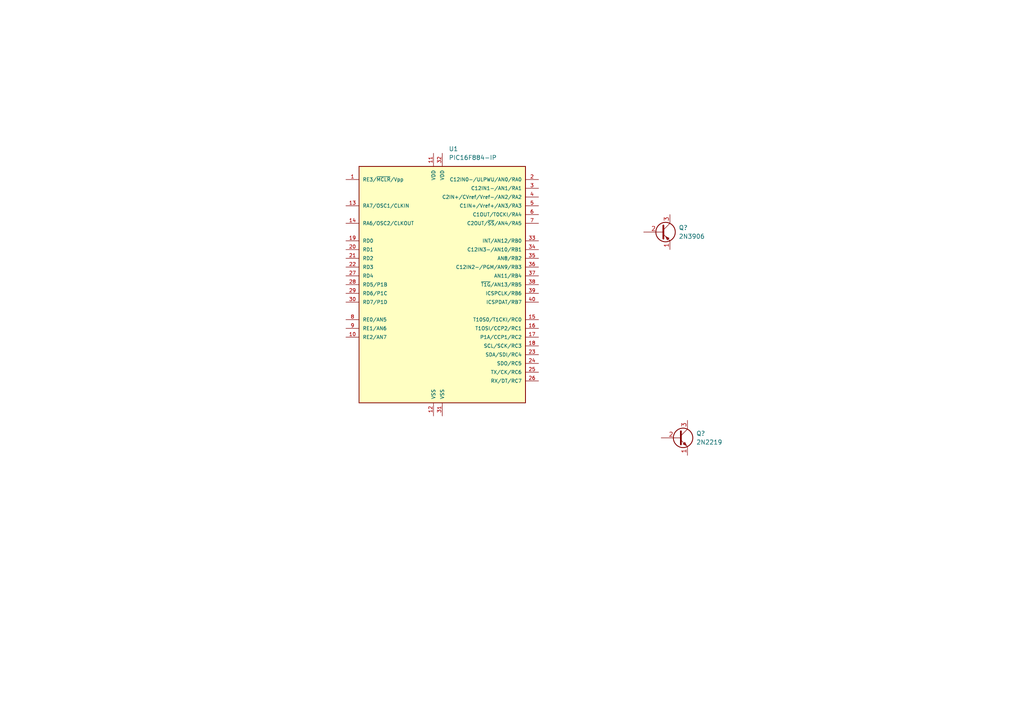
<source format=kicad_sch>
(kicad_sch (version 20211123) (generator eeschema)
  (paper "A4")
  (lib_symbols
    (symbol "MCU_Microchip_PIC16:PIC16F884-IP" (pin_names (offset 1.016))
      (property "Reference" "U" (at 6.35 38.1 0))
      (property "Value" "PIC16F884-IP" (at 6.35 35.56 0))
      (symbol "PIC16F884-IP_0_1"
        (rectangle (start -24.13 -34.29) (end 24.13 34.29) (stroke (width 0.254)) (fill (type background)))
      )
      (symbol "PIC16F884-IP_1_1"
        (pin input line (at -27.94 30.48 0) (length 3.81) (name "RE3/~{MCLR}/Vpp") (number "1"))
        (pin bidirectional line (at -27.94 -15.24 0) (length 3.81) (name "RE2/AN7") (number "10"))
        (pin power_in line (at -2.54 38.1 270) (length 3.81) (name "VDD") (number "11"))
        (pin power_in line (at -2.54 -38.1 90) (length 3.81) (name "VSS") (number "12"))
        (pin bidirectional line (at -27.94 22.86 0) (length 3.81) (name "RA7/OSC1/CLKIN") (number "13"))
        (pin bidirectional line (at -27.94 17.78 0) (length 3.81) (name "RA6/OSC2/CLKOUT") (number "14"))
        (pin bidirectional line (at 27.94 -10.16 180) (length 3.81) (name "T10S0/T1CKI/RC0") (number "15"))
        (pin bidirectional line (at 27.94 -12.7 180) (length 3.81) (name "T1OSI/CCP2/RC1") (number "16"))
        (pin bidirectional line (at 27.94 -15.24 180) (length 3.81) (name "P1A/CCP1/RC2") (number "17"))
        (pin bidirectional line (at 27.94 -17.78 180) (length 3.81) (name "SCL/SCK/RC3") (number "18"))
        (pin bidirectional line (at -27.94 12.7 0) (length 3.81) (name "RD0") (number "19"))
        (pin bidirectional line (at 27.94 30.48 180) (length 3.81) (name "C12IN0-/ULPWU/AN0/RA0") (number "2"))
        (pin bidirectional line (at -27.94 10.16 0) (length 3.81) (name "RD1") (number "20"))
        (pin bidirectional line (at -27.94 7.62 0) (length 3.81) (name "RD2") (number "21"))
        (pin bidirectional line (at -27.94 5.08 0) (length 3.81) (name "RD3") (number "22"))
        (pin bidirectional line (at 27.94 -20.32 180) (length 3.81) (name "SDA/SDI/RC4") (number "23"))
        (pin bidirectional line (at 27.94 -22.86 180) (length 3.81) (name "SDO/RC5") (number "24"))
        (pin bidirectional line (at 27.94 -25.4 180) (length 3.81) (name "TX/CK/RC6") (number "25"))
        (pin bidirectional line (at 27.94 -27.94 180) (length 3.81) (name "RX/DT/RC7") (number "26"))
        (pin bidirectional line (at -27.94 2.54 0) (length 3.81) (name "RD4") (number "27"))
        (pin bidirectional line (at -27.94 0 0) (length 3.81) (name "RD5/P1B") (number "28"))
        (pin bidirectional line (at -27.94 -2.54 0) (length 3.81) (name "RD6/P1C") (number "29"))
        (pin bidirectional line (at 27.94 27.94 180) (length 3.81) (name "C12IN1-/AN1/RA1") (number "3"))
        (pin bidirectional line (at -27.94 -5.08 0) (length 3.81) (name "RD7/P1D") (number "30"))
        (pin power_in line (at 0 -38.1 90) (length 3.81) (name "VSS") (number "31"))
        (pin power_in line (at 0 38.1 270) (length 3.81) (name "VDD") (number "32"))
        (pin bidirectional line (at 27.94 12.7 180) (length 3.81) (name "INT/AN12/RB0") (number "33"))
        (pin bidirectional line (at 27.94 10.16 180) (length 3.81) (name "C12IN3-/AN10/RB1") (number "34"))
        (pin bidirectional line (at 27.94 7.62 180) (length 3.81) (name "AN8/RB2") (number "35"))
        (pin bidirectional line (at 27.94 5.08 180) (length 3.81) (name "C12IN2-/PGM/AN9/RB3") (number "36"))
        (pin bidirectional line (at 27.94 2.54 180) (length 3.81) (name "AN11/RB4") (number "37"))
        (pin bidirectional line (at 27.94 0 180) (length 3.81) (name "~{T1G}/AN13/RB5") (number "38"))
        (pin bidirectional line (at 27.94 -2.54 180) (length 3.81) (name "ICSPCLK/RB6") (number "39"))
        (pin bidirectional line (at 27.94 25.4 180) (length 3.81) (name "C2IN+/CVref/Vref-/AN2/RA2") (number "4"))
        (pin bidirectional line (at 27.94 -5.08 180) (length 3.81) (name "ICSPDAT/RB7") (number "40"))
        (pin bidirectional line (at 27.94 22.86 180) (length 3.81) (name "C1IN+/Vref+/AN3/RA3") (number "5"))
        (pin bidirectional line (at 27.94 20.32 180) (length 3.81) (name "C1OUT/T0CKI/RA4") (number "6"))
        (pin bidirectional line (at 27.94 17.78 180) (length 3.81) (name "C2OUT/~{SS}/AN4/RA5") (number "7"))
        (pin bidirectional line (at -27.94 -10.16 0) (length 3.81) (name "RE0/AN5") (number "8"))
        (pin bidirectional line (at -27.94 -12.7 0) (length 3.81) (name "RE1/AN6") (number "9"))
      )
    )
    (symbol "Transistor_BJT:2N2219" (pin_names (offset 0) hide)
      (property "Reference" "Q" (at 5.08 1.905 0))
      (property "Value" "2N2219" (at 5.08 0 0))
      (symbol "2N2219_0_1"
        (polyline (pts (xy 0.635 0.635) (xy 2.54 2.54)))
        (polyline (pts (xy 0.635 -0.635) (xy 2.54 -2.54) (xy 2.54 -2.54)))
        (polyline (pts (xy 0.635 1.905) (xy 0.635 -1.905) (xy 0.635 -1.905)) (stroke (width 0.508)))
        (polyline (pts (xy 1.27 -1.778) (xy 1.778 -1.27) (xy 2.286 -2.286) (xy 1.27 -1.778) (xy 1.27 -1.778)) (fill (type outline)))
        (circle (center 1.27 0) (radius 2.8194) (stroke (width 0.254)))
      )
      (symbol "2N2219_1_1"
        (pin passive line (at 2.54 -5.08 90) (length 2.54) (name "E") (number "1"))
        (pin passive line (at -5.08 0 0) (length 5.715) (name "B") (number "2"))
        (pin passive line (at 2.54 5.08 270) (length 2.54) (name "C") (number "3"))
      )
    )
    (symbol "Transistor_BJT:2N3906" (pin_names (offset 0) hide)
      (property "Reference" "Q" (at 5.08 1.905 0))
      (property "Value" "2N3906" (at 5.08 0 0))
      (symbol "2N3906_0_1"
        (polyline (pts (xy 0.635 0.635) (xy 2.54 2.54)))
        (polyline (pts (xy 0.635 -0.635) (xy 2.54 -2.54) (xy 2.54 -2.54)))
        (polyline (pts (xy 0.635 1.905) (xy 0.635 -1.905) (xy 0.635 -1.905)) (stroke (width 0.508)))
        (polyline (pts (xy 2.286 -1.778) (xy 1.778 -2.286) (xy 1.27 -1.27) (xy 2.286 -1.778) (xy 2.286 -1.778)) (fill (type outline)))
        (circle (center 1.27 0) (radius 2.8194) (stroke (width 0.254)))
      )
      (symbol "2N3906_1_1"
        (pin passive line (at 2.54 -5.08 90) (length 2.54) (name "E") (number "1"))
        (pin input line (at -5.08 0 0) (length 5.715) (name "B") (number "2"))
        (pin passive line (at 2.54 5.08 270) (length 2.54) (name "C") (number "3"))
      )
    )
  )
  (symbol (lib_id "MCU_Microchip_PIC16:PIC16F884-IP") (at 128.27 82.55 0) (unit 1)
    (property "Reference" "U1" (at 130.1497 43.18 0) (effects (justify left)))
    (property "Value" "PIC16F884-IP" (at 130.1497 45.72 0) (effects (justify left)))
    (property "Datasheet" "http://ww1.microchip.com/downloads/en/DeviceDoc/41291D.pdf" (effects hide))
  )
  (symbol (lib_id "Transistor_BJT:2N2219") (at 196.85 127 0) (unit 1)
    (property "Reference" "Q?" (at 201.93 125.7299 0) (effects (justify left)))
    (property "Value" "2N2219" (at 201.93 128.2699 0) (effects (justify left)))
    (property "Footprint" "Package_TO_SOT_THT:TO-39-3" (effects hide))
    (property "Datasheet" "http://www.onsemi.com/pub_link/Collateral/2N2219-D.PDF" (effects hide))
  )
  (symbol (lib_id "Transistor_BJT:2N3906") (at 191.77 67.31 0) (unit 1)
    (property "Reference" "Q?" (at 196.85 66.0399 0) (effects (justify left)))
    (property "Value" "2N3906" (at 196.85 68.5799 0) (effects (justify left)))
    (property "Footprint" "Package_TO_SOT_THT:TO-92_Inline" (effects hide))
    (property "Datasheet" "https://www.onsemi.com/pub/Collateral/2N3906-D.PDF" (effects hide))
  )
)
</source>
